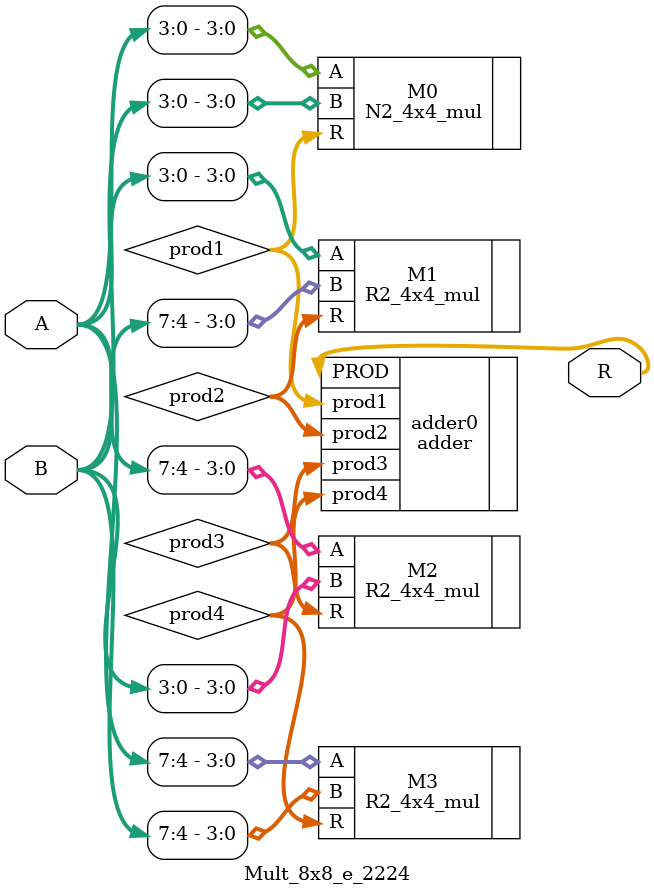
<source format=v>
module Mult_8x8_e_2224(
input [7:0] A,
input [7:0] B,
output [15:0]R
);
wire [7:0]prod1;
wire [7:0]prod2;
wire [7:0]prod3;
wire [7:0]prod4;

N2_4x4_mul M0(.A(A[3:0]),.B(B[3:0]),.R(prod1));
R2_4x4_mul M1(.A(A[3:0]),.B(B[7:4]),.R(prod2));
R2_4x4_mul M2(.A(A[7:4]),.B(B[3:0]),.R(prod3));
R2_4x4_mul M3(.A(A[7:4]),.B(B[7:4]),.R(prod4));
adder adder0(.prod1(prod1),.prod2(prod2),.prod3(prod3),.prod4(prod4),.PROD(R));
endmodule

</source>
